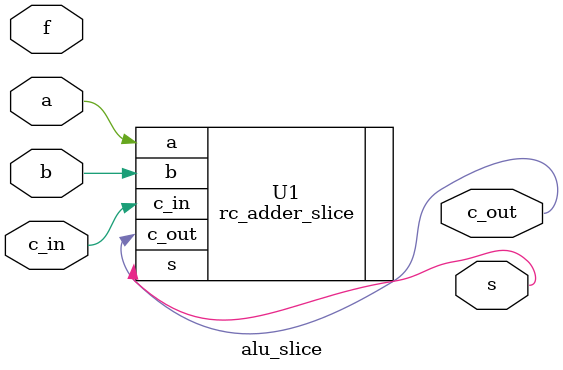
<source format=sv>
module alu_slice (
    input  logic       a, b, c_in,
    input  logic [1:0] f,
    output logic       s, c_out
);

    logic b_inv, c;

    assign b_inv = b ^ f[0];
    assign c     =  c_in & f[1];        

    rc_adder_slice U1 (      
        .a(a),
	.b(b),
	.c_in(c_in),
	.s(s),
	.c_out(c_out)
    );

endmodule
</source>
